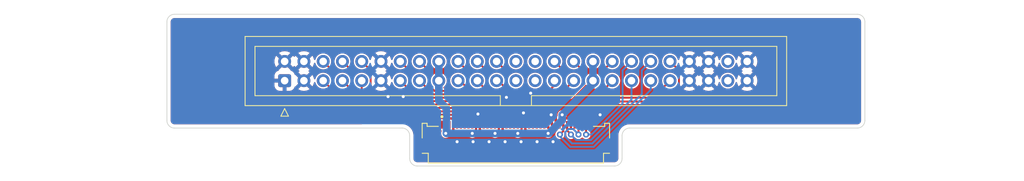
<source format=kicad_pcb>
(kicad_pcb (version 20221018) (generator pcbnew)
  (layers (0 "F.Cu" signal) (31 "B.Cu" signal) (34 "B.Paste" user) (35 "F.Paste" user) (36 "B.SilkS" user "B.Silkscreen") (37 "F.SilkS" user "F.Silkscreen") (38 "B.Mask" user) (39 "F.Mask" user) (44 "Edge.Cuts" user))
  (net 0 "")
  (net 1 "GND")
  (net 2 "RCP-58")
  (net 3 "RCP-57")
  (net 4 "RCP-54")
  (net 5 "RCP-53")
  (net 6 "RCP-52")
  (net 7 "RCP-51")
  (net 8 "RCP-50")
  (net 9 "RCP-47")
  (net 10 "RCP-46")
  (net 11 "RCP-45")
  (net 12 "3v3")
  (net 13 "RCP-44")
  (net 14 "RCP-41")
  (net 15 "RCP-40")
  (net 16 "RCP-39")
  (net 17 "RCP-38")
  (net 18 "RCP-35")
  (net 23 "RCP-34")
  (net 24 "RCP-33")
  (net 25 "RCP-32")
  (net 26 "RCP-31")
  (net 27 "PIF-5")
  (net 28 "PIF-3")
  (net 29 "PIF-1")
  (net 30 "CPU-57")
  (net 31 "RCP-26")
  (net 32 "PIF-7")
  (net 33 "PIF-23")
  (net 34 "SYNC")
  (footprint "505110-4091:MOLEX_505110-4091" (layer "F.Cu") (at 160 101)
    (fp_text reference "J2" hide)
    (fp_text value "Conn_01x40")
    (fp_line (start -12.35 -2.625) (end -12.35 -0.695) (stroke (width 0.127)) (layer "F.SilkS"))
    (fp_line (start -12.35 1.325) (end -11.55 1.325) (stroke (width 0.127)) (layer "F.SilkS"))
    (fp_line (start -11.7 -2.625) (end -12.35 -2.625) (stroke (width 0.127)) (layer "F.SilkS"))
    (fp_line (start -11.7 -2.225) (end -11.7 -2.625) (stroke (width 0.127)) (layer "F.SilkS"))
    (fp_line (start -11.7 -2.225) (end -10.22 -2.225) (stroke (width 0.127)) (layer "F.SilkS"))
    (fp_line (start -11.55 1.325) (end -11.55 2.625) (stroke (width 0.127)) (layer "F.SilkS"))
    (fp_line (start -11.55 2.625) (end 11.55 2.625) (stroke (width 0.127)) (layer "F.SilkS"))
    (fp_line (start 10.22 -2.225) (end 11.7 -2.225) (stroke (width 0.127)) (layer "F.SilkS"))
    (fp_line (start 11.55 1.325) (end 12.35 1.325) (stroke (width 0.127)) (layer "F.SilkS"))
    (fp_line (start 11.55 2.625) (end 11.55 1.325) (stroke (width 0.127)) (layer "F.SilkS"))
    (fp_line (start 11.7 -2.625) (end 11.7 -2.225) (stroke (width 0.127)) (layer "F.SilkS"))
    (fp_line (start 12.35 -2.625) (end 11.7 -2.625) (stroke (width 0.127)) (layer "F.SilkS"))
    (fp_line (start 12.35 -0.695) (end 12.35 -2.625) (stroke (width 0.127)) (layer "F.SilkS"))
    (fp_circle (center -9.75 -3.5) (end -9.65 -3.5) (stroke (width 0.2)) (fill none) (layer "F.SilkS"))
    (pad "1" smd rect (at -9.75 -2.425) (size 0.3 1) (layers "F.Cu" "F.Paste" "F.Mask") (net 2 "RCP-58"))
    (pad "2" smd rect (at -9.25 -2.425) (size 0.3 1) (layers "F.Cu" "F.Paste" "F.Mask") (net 3 "RCP-57"))
    (pad "3" smd rect (at -8.75 -2.425) (size 0.3 1) (layers "F.Cu" "F.Paste" "F.Mask") (net 12 "3v3"))
    (pad "4" smd rect (at -8.25 -2.425) (size 0.3 1) (layers "F.Cu" "F.Paste" "F.Mask") (net 1 "GND"))
    (pad "5" smd rect (at -7.75 -2.425) (size 0.3 1) (layers "F.Cu" "F.Paste" "F.Mask") (net 4 "RCP-54"))
    (pad "6" smd rect (at -7.25 -2.425) (size 0.3 1) (layers "F.Cu" "F.Paste" "F.Mask") (net 5 "RCP-53"))
    (pad "7" smd rect (at -6.75 -2.425) (size 0.3 1) (layers "F.Cu" "F.Paste" "F.Mask") (net 6 "RCP-52"))
    (pad "8" smd rect (at -6.25 -2.425) (size 0.3 1) (layers "F.Cu" "F.Paste" "F.Mask") (net 7 "RCP-51"))
    (pad "9" smd rect (at -5.75 -2.425) (size 0.3 1) (layers "F.Cu" "F.Paste" "F.Mask") (net 8 "RCP-50"))
    (pad "10" smd rect (at -5.25 -2.425) (size 0.3 1) (layers "F.Cu" "F.Paste" "F.Mask") (net 12 "3v3"))
    (pad "11" smd rect (at -4.75 -2.425) (size 0.3 1) (layers "F.Cu" "F.Paste" "F.Mask") (net 1 "GND"))
    (pad "12" smd rect (at -4.25 -2.425) (size 0.3 1) (layers "F.Cu" "F.Paste" "F.Mask") (net 9 "RCP-47"))
    (pad "13" smd rect (at -3.75 -2.425) (size 0.3 1) (layers "F.Cu" "F.Paste" "F.Mask") (net 10 "RCP-46"))
    (pad "14" smd rect (at -3.25 -2.425) (size 0.3 1) (layers "F.Cu" "F.Paste" "F.Mask") (net 11 "RCP-45"))
    (pad "15" smd rect (at -2.75 -2.425) (size 0.3 1) (layers "F.Cu" "F.Paste" "F.Mask") (net 13 "RCP-44"))
    (pad "16" smd rect (at -2.25 -2.425) (size 0.3 1) (layers "F.Cu" "F.Paste" "F.Mask") (net 12 "3v3"))
    (pad "17" smd rect (at -1.75 -2.425) (size 0.3 1) (layers "F.Cu" "F.Paste" "F.Mask") (net 1 "GND"))
    (pad "18" smd rect (at -1.25 -2.425) (size 0.3 1) (layers "F.Cu" "F.Paste" "F.Mask") (net 14 "RCP-41"))
    (pad "19" smd rect (at -0.75 -2.425) (size 0.3 1) (layers "F.Cu" "F.Paste" "F.Mask") (net 15 "RCP-40"))
    (pad "20" smd rect (at -0.25 -2.425) (size 0.3 1) (layers "F.Cu" "F.Paste" "F.Mask") (net 16 "RCP-39"))
    (pad "21" smd rect (at 0.25 -2.425) (size 0.3 1) (layers "F.Cu" "F.Paste" "F.Mask") (net 17 "RCP-38"))
    (pad "22" smd rect (at 0.75 -2.425) (size 0.3 1) (layers "F.Cu" "F.Paste" "F.Mask") (net 12 "3v3"))
    (pad "23" smd rect (at 1.25 -2.425) (size 0.3 1) (layers "F.Cu" "F.Paste" "F.Mask") (net 1 "GND"))
    (pad "24" smd rect (at 1.75 -2.425) (size 0.3 1) (layers "F.Cu" "F.Paste" "F.Mask") (net 18 "RCP-35"))
    (pad "25" smd rect (at 2.25 -2.425) (size 0.3 1) (layers "F.Cu" "F.Paste" "F.Mask") (net 23 "RCP-34"))
    (pad "26" smd rect (at 2.75 -2.425) (size 0.3 1) (layers "F.Cu" "F.Paste" "F.Mask") (net 24 "RCP-33"))
    (pad "27" smd rect (at 3.25 -2.425) (size 0.3 1) (layers "F.Cu" "F.Paste" "F.Mask") (net 25 "RCP-32"))
    (pad "28" smd rect (at 3.75 -2.425) (size 0.3 1) (layers "F.Cu" "F.Paste" "F.Mask") (net 26 "RCP-31"))
    (pad "29" smd rect (at 4.25 -2.425) (size 0.3 1) (layers "F.Cu" "F.Paste" "F.Mask") (net 1 "GND"))
    (pad "30" smd rect (at 4.75 -2.425) (size 0.3 1) (layers "F.Cu" "F.Paste" "F.Mask") (net 12 "3v3"))
    (pad "31" smd rect (at 5.25 -2.425) (size 0.3 1) (layers "F.Cu" "F.Paste" "F.Mask") (net 1 "GND"))
    (pad "32" smd rect (at 5.75 -2.425) (size 0.3 1) (layers "F.Cu" "F.Paste" "F.Mask") (net 12 "3v3"))
    (pad "33" smd rect (at 6.25 -2.425) (size 0.3 1) (layers "F.Cu" "F.Paste" "F.Mask") (net 31 "RCP-26"))
    (pad "34" smd rect (at 6.75 -2.425) (size 0.3 1) (layers "F.Cu" "F.Paste" "F.Mask") (net 29 "PIF-1"))
    (pad "35" smd rect (at 7.25 -2.425) (size 0.3 1) (layers "F.Cu" "F.Paste" "F.Mask") (net 28 "PIF-3"))
    (pad "36" smd rect (at 7.75 -2.425) (size 0.3 1) (layers "F.Cu" "F.Paste" "F.Mask") (net 27 "PIF-5"))
    (pad "37" smd rect (at 8.25 -2.425) (size 0.3 1) (layers "F.Cu" "F.Paste" "F.Mask") (net 32 "PIF-7"))
    (pad "38" smd rect (at 8.75 -2.425) (size 0.3 1) (layers "F.Cu" "F.Paste" "F.Mask") (net 33 "PIF-23"))
    (pad "39" smd rect (at 9.25 -2.425) (size 0.3 1) (layers "F.Cu" "F.Paste" "F.Mask") (net 30 "CPU-57"))
    (pad "40" smd rect (at 9.75 -2.425) (size 0.3 1) (layers "F.Cu" "F.Paste" "F.Mask") (net 34 "SYNC"))
    (pad "MP" smd rect (at -12.05 0.275) (size 2 1.3) (layers "F.Cu" "F.Paste" "F.Mask") (net 1 "GND"))
    (pad "MP" smd rect (at 12.05 0.275) (size 2 1.3) (layers "F.Cu" "F.Paste" "F.Mask") (net 1 "GND"))
  )
  (footprint "Connector_IDC:IDC-Header_2x25_P2.54mm_Vertical" (layer "F.Cu") (at 129.52 92.7525 90)
    (fp_text reference "J1" hide)
    (fp_text value "Conn_02x25_Top_Bottom")
    (fp_line (start -4.68 -0.5) (end -4.68 0.5) (stroke (width 0.12)) (layer "F.SilkS"))
    (fp_line (start -4.68 0.5) (end -3.68 0) (stroke (width 0.12)) (layer "F.SilkS"))
    (fp_line (start -3.68 0) (end -4.68 -0.5) (stroke (width 0.12)) (layer "F.SilkS"))
    (fp_line (start -3.29 -5.21) (end 5.83 -5.21) (stroke (width 0.12)) (layer "F.SilkS"))
    (fp_line (start -3.29 28.43) (end -1.98 28.43) (stroke (width 0.12)) (layer "F.SilkS"))
    (fp_line (start -3.29 66.17) (end -3.29 -5.21) (stroke (width 0.12)) (layer "F.SilkS"))
    (fp_line (start -1.98 -3.91) (end 4.52 -3.91) (stroke (width 0.12)) (layer "F.SilkS"))
    (fp_line (start -1.98 28.43) (end -1.98 -3.91) (stroke (width 0.12)) (layer "F.SilkS"))
    (fp_line (start -1.98 32.53) (end -3.29 32.53) (stroke (width 0.12)) (layer "F.SilkS"))
    (fp_line (start -1.98 32.53) (end -1.98 32.53) (stroke (width 0.12)) (layer "F.SilkS"))
    (fp_line (start -1.98 64.87) (end -1.98 32.53) (stroke (width 0.12)) (layer "F.SilkS"))
    (fp_line (start 4.52 -3.91) (end 4.52 64.87) (stroke (width 0.12)) (layer "F.SilkS"))
    (fp_line (start 4.52 64.87) (end -1.98 64.87) (stroke (width 0.12)) (layer "F.SilkS"))
    (fp_line (start 5.83 -5.21) (end 5.83 66.17) (stroke (width 0.12)) (layer "F.SilkS"))
    (fp_line (start 5.83 66.17) (end -3.29 66.17) (stroke (width 0.12)) (layer "F.SilkS"))
    (pad "1" thru_hole roundrect (at 0 0 90) (size 1.7 1.7) (drill 1) (layers "*.Cu" "*.Mask") (roundrect_rratio 0.1470588235) (net 1 "GND"))
    (pad "2" thru_hole circle (at 2.54 0 90) (size 1.7 1.7) (drill 1) (layers "*.Cu" "*.Mask") (net 1 "GND"))
    (pad "3" thru_hole circle (at 0 2.54 90) (size 1.7 1.7) (drill 1) (layers "*.Cu" "*.Mask") (net 1 "GND"))
    (pad "4" thru_hole circle (at 2.54 2.54 90) (size 1.7 1.7) (drill 1) (layers "*.Cu" "*.Mask") (net 1 "GND"))
    (pad "5" thru_hole circle (at 0 5.08 90) (size 1.7 1.7) (drill 1) (layers "*.Cu" "*.Mask") (net 2 "RCP-58"))
    (pad "6" thru_hole circle (at 2.54 5.08 90) (size 1.7 1.7) (drill 1) (layers "*.Cu" "*.Mask") (net 3 "RCP-57"))
    (pad "7" thru_hole circle (at 0 7.62 90) (size 1.7 1.7) (drill 1) (layers "*.Cu" "*.Mask") (net 4 "RCP-54"))
    (pad "8" thru_hole circle (at 2.54 7.62 90) (size 1.7 1.7) (drill 1) (layers "*.Cu" "*.Mask") (net 5 "RCP-53"))
    (pad "9" thru_hole circle (at 0 10.16 90) (size 1.7 1.7) (drill 1) (layers "*.Cu" "*.Mask") (net 6 "RCP-52"))
    (pad "10" thru_hole circle (at 2.54 10.16 90) (size 1.7 1.7) (drill 1) (layers "*.Cu" "*.Mask") (net 7 "RCP-51"))
    (pad "11" thru_hole circle (at 0 12.7 90) (size 1.7 1.7) (drill 1) (layers "*.Cu" "*.Mask") (net 1 "GND"))
    (pad "12" thru_hole circle (at 2.54 12.7 90) (size 1.7 1.7) (drill 1) (layers "*.Cu" "*.Mask") (net 1 "GND"))
    (pad "13" thru_hole circle (at 0 15.24 90) (size 1.7 1.7) (drill 1) (layers "*.Cu" "*.Mask") (net 8 "RCP-50"))
    (pad "14" thru_hole circle (at 2.54 15.24 90) (size 1.7 1.7) (drill 1) (layers "*.Cu" "*.Mask") (net 9 "RCP-47"))
    (pad "15" thru_hole circle (at 0 17.78 90) (size 1.7 1.7) (drill 1) (layers "*.Cu" "*.Mask") (net 10 "RCP-46"))
    (pad "16" thru_hole circle (at 2.54 17.78 90) (size 1.7 1.7) (drill 1) (layers "*.Cu" "*.Mask") (net 11 "RCP-45"))
    (pad "17" thru_hole circle (at 0 20.32 90) (size 1.7 1.7) (drill 1) (layers "*.Cu" "*.Mask") (net 12 "3v3"))
    (pad "18" thru_hole circle (at 2.54 20.32 90) (size 1.7 1.7) (drill 1) (layers "*.Cu" "*.Mask") (net 12 "3v3"))
    (pad "19" thru_hole circle (at 0 22.86 90) (size 1.7 1.7) (drill 1) (layers "*.Cu" "*.Mask") (net 13 "RCP-44"))
    (pad "20" thru_hole circle (at 2.54 22.86 90) (size 1.7 1.7) (drill 1) (layers "*.Cu" "*.Mask") (net 14 "RCP-41"))
    (pad "21" thru_hole circle (at 0 25.4 90) (size 1.7 1.7) (drill 1) (layers "*.Cu" "*.Mask") (net 15 "RCP-40"))
    (pad "22" thru_hole circle (at 2.54 25.4 90) (size 1.7 1.7) (drill 1) (layers "*.Cu" "*.Mask") (net 16 "RCP-39"))
    (pad "23" thru_hole circle (at 0 27.94 90) (size 1.7 1.7) (drill 1) (layers "*.Cu" "*.Mask") (net 17 "RCP-38"))
    (pad "24" thru_hole circle (at 2.54 27.94 90) (size 1.7 1.7) (drill 1) (layers "*.Cu" "*.Mask") (net 18 "RCP-35"))
    (pad "25" thru_hole circle (at 0 30.48 90) (size 1.7 1.7) (drill 1) (layers "*.Cu" "*.Mask"))
    (pad "26" thru_hole circle (at 2.54 30.48 90) (size 1.7 1.7) (drill 1) (layers "*.Cu" "*.Mask"))
    (pad "27" thru_hole circle (at 0 33.02 90) (size 1.7 1.7) (drill 1) (layers "*.Cu" "*.Mask"))
    (pad "28" thru_hole circle (at 2.54 33.02 90) (size 1.7 1.7) (drill 1) (layers "*.Cu" "*.Mask"))
    (pad "29" thru_hole circle (at 0 35.56 90) (size 1.7 1.7) (drill 1) (layers "*.Cu" "*.Mask") (net 23 "RCP-34"))
    (pad "30" thru_hole circle (at 2.54 35.56 90) (size 1.7 1.7) (drill 1) (layers "*.Cu" "*.Mask") (net 24 "RCP-33"))
    (pad "31" thru_hole circle (at 0 38.1 90) (size 1.7 1.7) (drill 1) (layers "*.Cu" "*.Mask") (net 25 "RCP-32"))
    (pad "32" thru_hole circle (at 2.54 38.1 90) (size 1.7 1.7) (drill 1) (layers "*.Cu" "*.Mask") (net 26 "RCP-31"))
    (pad "33" thru_hole circle (at 0 40.64 90) (size 1.7 1.7) (drill 1) (layers "*.Cu" "*.Mask") (net 12 "3v3"))
    (pad "34" thru_hole circle (at 2.54 40.64 90) (size 1.7 1.7) (drill 1) (layers "*.Cu" "*.Mask") (net 12 "3v3"))
    (pad "35" thru_hole circle (at 0 43.18 90) (size 1.7 1.7) (drill 1) (layers "*.Cu" "*.Mask") (net 27 "PIF-5"))
    (pad "36" thru_hole circle (at 2.54 43.18 90) (size 1.7 1.7) (drill 1) (layers "*.Cu" "*.Mask") (net 28 "PIF-3"))
    (pad "37" thru_hole circle (at 0 45.72 90) (size 1.7 1.7) (drill 1) (layers "*.Cu" "*.Mask") (net 29 "PIF-1"))
    (pad "38" thru_hole circle (at 2.54 45.72 90) (size 1.7 1.7) (drill 1) (layers "*.Cu" "*.Mask") (net 30 "CPU-57"))
    (pad "39" thru_hole circle (at 0 48.26 90) (size 1.7 1.7) (drill 1) (layers "*.Cu" "*.Mask") (net 31 "RCP-26"))
    (pad "40" thru_hole circle (at 2.54 48.26 90) (size 1.7 1.7) (drill 1) (layers "*.Cu" "*.Mask") (net 32 "PIF-7"))
    (pad "41" thru_hole circle (at 0 50.8 90) (size 1.7 1.7) (drill 1) (layers "*.Cu" "*.Mask") (net 33 "PIF-23"))
    (pad "42" thru_hole circle (at 2.54 50.8 90) (size 1.7 1.7) (drill 1) (layers "*.Cu" "*.Mask") (net 34 "SYNC"))
    (pad "43" thru_hole circle (at 0 53.34 90) (size 1.7 1.7) (drill 1) (layers "*.Cu" "*.Mask") (net 1 "GND"))
    (pad "44" thru_hole circle (at 2.54 53.34 90) (size 1.7 1.7) (drill 1) (layers "*.Cu" "*.Mask") (net 1 "GND"))
    (pad "45" thru_hole circle (at 0 55.88 90) (size 1.7 1.7) (drill 1) (layers "*.Cu" "*.Mask") (net 1 "GND"))
    (pad "46" thru_hole circle (at 2.54 55.88 90) (size 1.7 1.7) (drill 1) (layers "*.Cu" "*.Mask") (net 1 "GND"))
    (pad "47" thru_hole circle (at 0 58.42 90) (size 1.7 1.7) (drill 1) (layers "*.Cu" "*.Mask"))
    (pad "48" thru_hole circle (at 2.54 58.42 90) (size 1.7 1.7) (drill 1) (layers "*.Cu" "*.Mask"))
    (pad "49" thru_hole circle (at 0 60.96 90) (size 1.7 1.7) (drill 1) (layers "*.Cu" "*.Mask") (net 1 "GND"))
    (pad "50" thru_hole circle (at 2.54 60.96 90) (size 1.7 1.7) (drill 1) (layers "*.Cu" "*.Mask") (net 1 "GND"))
  )
  (gr_arc (start 205 84) (mid 205.707107 84.292893) (end 206 85) (stroke (width 0.1)) (layer "Edge.Cuts"))
  (gr_line (start 145 99) (end 115 99) (stroke (width 0.1)) (layer "Edge.Cuts"))
  (gr_line (start 115 84) (end 205 84) (stroke (width 0.1)) (layer "Edge.Cuts"))
  (gr_arc (start 147 104) (mid 146.292893 103.707107) (end 146 103) (stroke (width 0.1)) (layer "Edge.Cuts"))
  (gr_arc (start 114 85) (mid 114.292893 84.292893) (end 115 84) (stroke (width 0.1)) (layer "Edge.Cuts"))
  (gr_arc (start 174 103) (mid 173.707107 103.707107) (end 173 104) (stroke (width 0.1)) (layer "Edge.Cuts"))
  (gr_line (start 175 99) (end 205 99) (stroke (width 0.1)) (layer "Edge.Cuts"))
  (gr_arc (start 206 98) (mid 205.707107 98.707107) (end 205 99) (stroke (width 0.1)) (layer "Edge.Cuts"))
  (gr_line (start 173 104) (end 147 104) (stroke (width 0.1)) (layer "Edge.Cuts"))
  (gr_line (start 174 103) (end 174 100) (stroke (width 0.1)) (layer "Edge.Cuts"))
  (gr_arc (start 115 99) (mid 114.292893 98.707107) (end 114 98) (stroke (width 0.1)) (layer "Edge.Cuts"))
  (gr_line (start 114 98) (end 114 85) (stroke (width 0.1)) (layer "Edge.Cuts"))
  (gr_line (start 146 103) (end 146 100) (stroke (width 0.1)) (layer "Edge.Cuts"))
  (gr_arc (start 145 99) (mid 145.707107 99.292893) (end 146 100) (stroke (width 0.1)) (layer "Edge.Cuts"))
  (gr_arc (start 174 100) (mid 174.292893 99.292893) (end 175 99) (stroke (width 0.1)) (layer "Edge.Cuts"))
  (gr_line (start 206 85) (end 206 98) (stroke (width 0.1)) (layer "Edge.Cuts"))
  (via (at 164.65 97.25) (size 0.8) (drill 0.4) (layers "F.Cu" "B.Cu") (net 1))
  (via (at 171.1 97.25) (size 0.8) (drill 0.4) (layers "F.Cu" "B.Cu") (net 1))
  (via (at 156.466666 100.8) (size 0.8) (drill 0.4) (layers "F.Cu" "B.Cu") (net 1))
  (via (at 154.358333 100.8) (size 0.8) (drill 0.4) (layers "F.Cu" "B.Cu") (net 1))
  (via (at 158.75 94.95) (size 0.8) (drill 0.4) (layers "F.Cu" "B.Cu") (net 1))
  (via (at 161 97) (size 0.8) (drill 0.4) (layers "F.Cu" "B.Cu") (net 1))
  (via (at 160.683332 100.8) (size 0.8) (drill 0.4) (layers "F.Cu" "B.Cu") (net 1))
  (via (at 158.574999 100.8) (size 0.8) (drill 0.4) (layers "F.Cu" "B.Cu") (net 1))
  (via (at 164.9 100.8) (size 0.8) (drill 0.4) (layers "F.Cu" "B.Cu") (net 1))
  (via (at 155 97.15) (size 0.8) (drill 0.4) (layers "F.Cu" "B.Cu") (net 1))
  (via (at 145.15 94.85) (size 0.8) (drill 0.4) (layers "F.Cu" "B.Cu") (net 1))
  (via (at 161.95 94.4) (size 0.8) (drill 0.4) (layers "F.Cu" "B.Cu") (net 1))
  (via (at 162.791665 100.8) (size 0.8) (drill 0.4) (layers "F.Cu" "B.Cu") (net 1))
  (via (at 143.15 94.85) (size 0.8) (drill 0.4) (layers "F.Cu" "B.Cu") (net 1))
  (via (at 152.25 100.8) (size 0.8) (drill 0.4) (layers "F.Cu" "B.Cu") (net 1))
  (segment (start 139.9975 98.15) (end 150.25 98.15) (width 0.25) (layer "F.Cu") (net 2))
  (segment (start 150.25 98.15) (end 150.25 98.575) (width 0.25) (layer "F.Cu") (net 2))
  (segment (start 134.6 92.7525) (end 139.9975 98.15) (width 0.25) (layer "F.Cu") (net 2))
  (segment (start 134.6 90.2125) (end 135.965 91.5775) (width 0.25) (layer "F.Cu") (net 3))
  (segment (start 140.4 97.7) (end 150.5 97.7) (width 0.25) (layer "F.Cu") (net 3))
  (segment (start 135.965 93.265) (end 140.4 97.7) (width 0.25) (layer "F.Cu") (net 3))
  (segment (start 150.75 97.95) (end 150.75 98.575) (width 0.25) (layer "F.Cu") (net 3))
  (segment (start 150.5 97.7) (end 150.75 97.95) (width 0.25) (layer "F.Cu") (net 3))
  (segment (start 135.965 91.5775) (end 135.965 93.265) (width 0.25) (layer "F.Cu") (net 3))
  (segment (start 137.14 92.7525) (end 141.6375 97.25) (width 0.25) (layer "F.Cu") (net 4))
  (segment (start 152.028235 97.25) (end 152.25 97.471765) (width 0.25) (layer "F.Cu") (net 4))
  (segment (start 141.6375 97.25) (end 152.028235 97.25) (width 0.25) (layer "F.Cu") (net 4))
  (segment (start 152.25 97.471765) (end 152.25 98.575) (width 0.25) (layer "F.Cu") (net 4))
  (segment (start 152.75 97.335369) (end 152.75 98.575) (width 0.25) (layer "F.Cu") (net 5))
  (segment (start 138.315 91.3875) (end 138.315 93.291104) (width 0.25) (layer "F.Cu") (net 5))
  (segment (start 137.14 90.2125) (end 138.315 91.3875) (width 0.25) (layer "F.Cu") (net 5))
  (segment (start 141.823896 96.8) (end 152.214631 96.8) (width 0.25) (layer "F.Cu") (net 5))
  (segment (start 138.315 93.291104) (end 141.823896 96.8) (width 0.25) (layer "F.Cu") (net 5))
  (segment (start 152.214631 96.8) (end 152.75 97.335369) (width 0.25) (layer "F.Cu") (net 5))
  (segment (start 152.401027 96.35) (end 153.25 97.198973) (width 0.25) (layer "F.Cu") (net 6))
  (segment (start 139.68 92.7525) (end 139.68 94.019708) (width 0.25) (layer "F.Cu") (net 6))
  (segment (start 153.25 97.198973) (end 153.25 98.575) (width 0.25) (layer "F.Cu") (net 6))
  (segment (start 139.68 94.019708) (end 142.010292 96.35) (width 0.25) (layer "F.Cu") (net 6))
  (segment (start 142.010292 96.35) (end 152.401027 96.35) (width 0.25) (layer "F.Cu") (net 6))
  (segment (start 139.68 90.2125) (end 140.855 91.3875) (width 0.25) (layer "F.Cu") (net 7))
  (segment (start 140.855 94.558312) (end 142.196688 95.9) (width 0.25) (layer "F.Cu") (net 7))
  (segment (start 153.75 97.062577) (end 153.75 98.575) (width 0.25) (layer "F.Cu") (net 7))
  (segment (start 142.196688 95.9) (end 152.587423 95.9) (width 0.25) (layer "F.Cu") (net 7))
  (segment (start 140.855 91.3875) (end 140.855 94.558312) (width 0.25) (layer "F.Cu") (net 7))
  (segment (start 152.587423 95.9) (end 153.75 97.062577) (width 0.25) (layer "F.Cu") (net 7))
  (segment (start 152.773819 95.45) (end 154.25 96.926181) (width 0.25) (layer "F.Cu") (net 8))
  (segment (start 147.4575 95.45) (end 152.773819 95.45) (width 0.25) (layer "F.Cu") (net 8))
  (segment (start 154.25 96.926181) (end 154.25 98.575) (width 0.25) (layer "F.Cu") (net 8))
  (segment (start 144.76 92.7525) (end 147.4575 95.45) (width 0.25) (layer "F.Cu") (net 8))
  (segment (start 152.960215 95) (end 153.687715 95.7275) (width 0.25) (layer "F.Cu") (net 9))
  (segment (start 145.935 91.3875) (end 145.935 93.291104) (width 0.25) (layer "F.Cu") (net 9))
  (segment (start 153.687715 95.7275) (end 154.659124 95.7275) (width 0.25) (layer "F.Cu") (net 9))
  (segment (start 147.643896 95) (end 152.960215 95) (width 0.25) (layer "F.Cu") (net 9))
  (segment (start 145.935 93.291104) (end 147.643896 95) (width 0.25) (layer "F.Cu") (net 9))
  (segment (start 144.76 90.2125) (end 145.935 91.3875) (width 0.25) (layer "F.Cu") (net 9))
  (segment (start 155.75 96.818376) (end 155.75 98.575) (width 0.25) (layer "F.Cu") (net 9))
  (segment (start 154.659124 95.7275) (end 155.75 96.818376) (width 0.25) (layer "F.Cu") (net 9))
  (segment (start 147.3 92.7525) (end 149.0975 94.55) (width 0.25) (layer "F.Cu") (net 10))
  (segment (start 153.874111 95.2775) (end 154.84552 95.2775) (width 0.25) (layer "F.Cu") (net 10))
  (segment (start 153.146611 94.55) (end 153.874111 95.2775) (width 0.25) (layer "F.Cu") (net 10))
  (segment (start 156.25 96.68198) (end 156.25 98.575) (width 0.25) (layer "F.Cu") (net 10))
  (segment (start 154.84552 95.2775) (end 156.25 96.68198) (width 0.25) (layer "F.Cu") (net 10))
  (segment (start 149.0975 94.55) (end 153.146611 94.55) (width 0.25) (layer "F.Cu") (net 10))
  (segment (start 148.475 93.291104) (end 149.283896 94.1) (width 0.25) (layer "F.Cu") (net 11))
  (segment (start 147.3 90.2125) (end 148.475 91.3875) (width 0.25) (layer "F.Cu") (net 11))
  (segment (start 153.333007 94.1) (end 154.060507 94.8275) (width 0.25) (layer "F.Cu") (net 11))
  (segment (start 155.031916 94.8275) (end 156.75 96.545584) (width 0.25) (layer "F.Cu") (net 11))
  (segment (start 148.475 91.3875) (end 148.475 93.291104) (width 0.25) (layer "F.Cu") (net 11))
  (segment (start 149.283896 94.1) (end 153.333007 94.1) (width 0.25) (layer "F.Cu") (net 11))
  (segment (start 156.75 96.545584) (end 156.75 98.575) (width 0.25) (layer "F.Cu") (net 11))
  (segment (start 154.060507 94.8275) (end 155.031916 94.8275) (width 0.25) (layer "F.Cu") (net 11))
  (segment (start 165.75 98.575) (end 165.75 97.6) (width 0.25) (layer "F.Cu") (net 12))
  (segment (start 157.75 99.2) (end 157.75 98.575) (width 0.25) (layer "F.Cu") (net 12))
  (segment (start 160.25 99.7) (end 160.75 99.2) (width 0.25) (layer "F.Cu") (net 12))
  (segment (start 151.25 99.2) (end 151.25 98.575) (width 0.25) (layer "F.Cu") (net 12))
  (segment (start 165.75 97.6) (end 166.1 97.25) (width 0.25) (layer "F.Cu") (net 12))
  (segment (start 154.75 99.2) (end 154.75 98.575) (width 0.25) (layer "F.Cu") (net 12))
  (segment (start 164.75 99.2) (end 164.75 98.575) (width 0.25) (layer "F.Cu") (net 12))
  (segment (start 157.25 99.7) (end 157.75 99.2) (width 0.25) (layer "F.Cu") (net 12))
  (segment (start 150.75 99.7) (end 151.25 99.2) (width 0.25) (layer "F.Cu") (net 12))
  (segment (start 160.75 99.2) (end 160.75 98.575) (width 0.25) (layer "F.Cu") (net 12))
  (segment (start 154.25 99.7) (end 154.75 99.2) (width 0.25) (layer "F.Cu") (net 12))
  (segment (start 164.25 99.7) (end 164.75 99.2) (width 0.25) (layer "F.Cu") (net 12))
  (via (at 166.1 97.25) (size 0.8) (drill 0.4) (layers "F.Cu" "B.Cu") (net 12))
  (via (at 160.25 99.7) (size 0.8) (drill 0.4) (layers "F.Cu" "B.Cu") (net 12))
  (via (at 157.25 99.7) (size 0.8) (drill 0.4) (layers "F.Cu" "B.Cu") (net 12))
  (via (at 150.75 99.7) (size 0.8) (drill 0.4) (layers "F.Cu" "B.Cu") (net 12))
  (via (at 164.25 99.7) (size 0.8) (drill 0.4) (layers "F.Cu" "B.Cu") (net 12))
  (via (at 154.25 99.7) (size 0.8) (drill 0.4) (layers "F.Cu" "B.Cu") (net 12))
  (segment (start 160.7 99.75) (end 160.75 99.7) (width 0.25) (layer "B.Cu") (net 12))
  (segment (start 170.16 93.19) (end 166.1 97.25) (width 1) (layer "B.Cu") (net 12))
  (segment (start 166.1 97.95) (end 166.1 97.25) (width 1) (layer "B.Cu") (net 12))
  (segment (start 154.75 99.7) (end 157.7 99.7) (width 1) (layer "B.Cu") (net 12))
  (segment (start 149.84 95.39) (end 150.85 96.4) (width 1) (layer "B.Cu") (net 12))
  (segment (start 170.16 90.2125) (end 170.16 92.7525) (width 1) (layer "B.Cu") (net 12))
  (segment (start 170.16 92.7525) (end 170.16 93.19) (width 1) (layer "B.Cu") (net 12))
  (segment (start 149.84 90.2125) (end 149.84 92.7525) (width 1) (layer "B.Cu") (net 12))
  (segment (start 149.84 92.7525) (end 149.84 95.39) (width 1) (layer "B.Cu") (net 12))
  (segment (start 160.75 99.7) (end 164.35 99.7) (width 1) (layer "B.Cu") (net 12))
  (segment (start 150.85 99.7) (end 154.75 99.7) (width 1) (layer "B.Cu") (net 12))
  (segment (start 157.7 99.7) (end 157.75 99.75) (width 0.25) (layer "B.Cu") (net 12))
  (segment (start 150.85 96.4) (end 150.85 99.7) (width 1) (layer "B.Cu") (net 12))
  (segment (start 164.35 99.7) (end 164.5 99.85) (width 0.25) (layer "B.Cu") (net 12))
  (segment (start 164.35 99.7) (end 166.1 97.95) (width 1) (layer "B.Cu") (net 12))
  (segment (start 157.75 99.7) (end 160.7 99.7) (width 1) (layer "B.Cu") (net 12))
  (segment (start 152.38 92.7525) (end 152.621903 92.7525) (width 0.25) (layer "F.Cu") (net 13))
  (segment (start 157.25 96.409188) (end 157.25 98.575) (width 0.25) (layer "F.Cu") (net 13))
  (segment (start 155.218312 94.3775) (end 157.25 96.409188) (width 0.25) (layer "F.Cu") (net 13))
  (segment (start 152.621903 92.7525) (end 154.246903 94.3775) (width 0.25) (layer "F.Cu") (net 13))
  (segment (start 154.246903 94.3775) (end 155.218312 94.3775) (width 0.25) (layer "F.Cu") (net 13))
  (segment (start 153.555 93.049201) (end 154.433299 93.9275) (width 0.25) (layer "F.Cu") (net 14))
  (segment (start 152.38 90.2125) (end 153.555 91.3875) (width 0.25) (layer "F.Cu") (net 14))
  (segment (start 153.555 91.3875) (end 153.555 93.049201) (width 0.25) (layer "F.Cu") (net 14))
  (segment (start 158.75 97.272792) (end 158.75 98.575) (width 0.25) (layer "F.Cu") (net 14))
  (segment (start 155.404708 93.9275) (end 158.75 97.272792) (width 0.25) (layer "F.Cu") (net 14))
  (segment (start 154.433299 93.9275) (end 155.404708 93.9275) (width 0.25) (layer "F.Cu") (net 14))
  (segment (start 154.92 92.7525) (end 154.92 92.806396) (width 0.25) (layer "F.Cu") (net 15))
  (segment (start 159.25 97.136396) (end 159.25 98.575) (width 0.25) (layer "F.Cu") (net 15))
  (segment (start 154.92 92.806396) (end 159.25 97.136396) (width 0.25) (layer "F.Cu") (net 15))
  (segment (start 156.095 93.345) (end 159.75 97) (width 0.25) (layer "F.Cu") (net 16))
  (segment (start 159.75 97) (end 159.75 98.575) (width 0.25) (layer "F.Cu") (net 16))
  (segment (start 154.92 90.2125) (end 156.095 91.3875) (width 0.25) (layer "F.Cu") (net 16))
  (segment (start 156.095 91.3875) (end 156.095 93.345) (width 0.25) (layer "F.Cu") (net 16))
  (segment (start 157.46 92.7525) (end 157.666104 92.7525) (width 0.25) (layer "F.Cu") (net 17))
  (segment (start 157.666104 92.7525) (end 160.25 95.336396) (width 0.25) (layer "F.Cu") (net 17))
  (segment (start 160.25 95.336396) (end 160.25 98.575) (width 0.25) (layer "F.Cu") (net 17))
  (segment (start 161.75 96.2) (end 161.75 98.575) (width 0.25) (layer "F.Cu") (net 18))
  (segment (start 157.46 90.2125) (end 158.75 91.5025) (width 0.25) (layer "F.Cu") (net 18))
  (segment (start 158.75 93.2) (end 161.75 96.2) (width 0.25) (layer "F.Cu") (net 18))
  (segment (start 158.75 91.5025) (end 158.75 93.2) (width 0.25) (layer "F.Cu") (net 18))
  (segment (start 165.08 93.37) (end 162.25 96.2) (width 0.25) (layer "F.Cu") (net 23))
  (segment (start 165.08 92.7525) (end 165.08 93.37) (width 0.25) (layer "F.Cu") (net 23))
  (segment (start 162.25 96.2) (end 162.25 98.575) (width 0.25) (layer "F.Cu") (net 23))
  (segment (start 162.75 96.336396) (end 162.75 98.575) (width 0.25) (layer "F.Cu") (net 24))
  (segment (start 166.255 93.239201) (end 165.566701 93.9275) (width 0.25) (layer "F.Cu") (net 24))
  (segment (start 165.158896 93.9275) (end 162.75 96.336396) (width 0.25) (layer "F.Cu") (net 24))
  (segment (start 165.08 90.2125) (end 166.255 91.3875) (width 0.25) (layer "F.Cu") (net 24))
  (segment (start 166.255 91.3875) (end 166.255 93.239201) (width 0.25) (layer "F.Cu") (net 24))
  (segment (start 165.566701 93.9275) (end 165.158896 93.9275) (width 0.25) (layer "F.Cu") (net 24))
  (segment (start 165.995 94.3775) (end 165.345292 94.3775) (width 0.25) (layer "F.Cu") (net 25))
  (segment (start 167.62 92.7525) (end 165.995 94.3775) (width 0.25) (layer "F.Cu") (net 25))
  (segment (start 165.345292 94.3775) (end 163.25 96.472792) (width 0.25) (layer "F.Cu") (net 25))
  (segment (start 163.25 96.472792) (end 163.25 98.575) (width 0.25) (layer "F.Cu") (net 25))
  (segment (start 163.75 96.609188) (end 163.75 98.575) (width 0.25) (layer "F.Cu") (net 26))
  (segment (start 168.795 93.239201) (end 167.206701 94.8275) (width 0.25) (layer "F.Cu") (net 26))
  (segment (start 167.206701 94.8275) (end 165.531688 94.8275) (width 0.25) (layer "F.Cu") (net 26))
  (segment (start 167.62 90.2125) (end 168.795 91.3875) (width 0.25) (layer "F.Cu") (net 26))
  (segment (start 165.531688 94.8275) (end 163.75 96.609188) (width 0.25) (layer "F.Cu") (net 26))
  (segment (start 168.795 91.3875) (end 168.795 93.239201) (width 0.25) (layer "F.Cu") (net 26))
  (segment (start 172.7 92.7525) (end 172.7 92.825) (width 0.25) (layer "F.Cu") (net 27))
  (segment (start 167.75 97.775) (end 167.75 98.575) (width 0.25) (layer "F.Cu") (net 27))
  (segment (start 172.7 92.825) (end 167.75 97.775) (width 0.25) (layer "F.Cu") (net 27))
  (segment (start 167.25 97.638604) (end 167.25 98.575) (width 0.25) (layer "F.Cu") (net 28))
  (segment (start 171.525 93.363604) (end 167.25 97.638604) (width 0.25) (layer "F.Cu") (net 28))
  (segment (start 171.525 91.3875) (end 171.525 93.363604) (width 0.25) (layer "F.Cu") (net 28))
  (segment (start 172.7 90.2125) (end 171.525 91.3875) (width 0.25) (layer "F.Cu") (net 28))
  (segment (start 167.25 99.825) (end 167.25 99.85) (width 0.25) (layer "F.Cu") (net 29))
  (segment (start 166.75 98.575) (end 166.75 99.325) (width 0.25) (layer "F.Cu") (net 29))
  (segment (start 166.75 99.325) (end 167.25 99.825) (width 0.25) (layer "F.Cu") (net 29))
  (via (at 167.25 99.85) (size 0.8) (drill 0.4) (layers "F.Cu" "B.Cu") (net 29))
  (segment (start 169.886789 100.575) (end 175.24 95.221789) (width 0.25) (layer "B.Cu") (net 29))
  (segment (start 167.25 99.85) (end 167.25 99.875305) (width 0.25) (layer "B.Cu") (net 29))
  (segment (start 167.949695 100.575) (end 169.886789 100.575) (width 0.25) (layer "B.Cu") (net 29))
  (segment (start 167.25 99.875305) (end 167.949695 100.575) (width 0.25) (layer "B.Cu") (net 29))
  (segment (start 175.24 95.221789) (end 175.24 92.7525) (width 0.25) (layer "B.Cu") (net 29))
  (segment (start 169.25 98.575) (end 169.25 99.85) (width 0.25) (layer "F.Cu") (net 30))
  (via (at 169.25 99.85) (size 0.8) (drill 0.4) (layers "F.Cu" "B.Cu") (net 30))
  (segment (start 169.25 99.85) (end 169.975393 99.85) (width 0.25) (layer "B.Cu") (net 30))
  (segment (start 169.975393 99.85) (end 174.065 95.760393) (width 0.25) (layer "B.Cu") (net 30))
  (segment (start 174.065 91.3875) (end 175.24 90.2125) (width 0.25) (layer "B.Cu") (net 30))
  (segment (start 174.065 95.760393) (end 174.065 91.3875) (width 0.25) (layer "B.Cu") (net 30))
  (segment (start 166.25 98.575) (end 166.25 99.4) (width 0.25) (layer "F.Cu") (net 31))
  (segment (start 165.775 99.85) (end 165.55 99.85) (width 0.25) (layer "F.Cu") (net 31))
  (segment (start 166.25 99.4) (end 165.8 99.85) (width 0.25) (layer "F.Cu") (net 31))
  (via (at 165.8 99.85) (size 0.8) (drill 0.4) (layers "F.Cu" "B.Cu") (net 31))
  (segment (start 167.175 101.475) (end 170.259581 101.475) (width 0.25) (layer "B.Cu") (net 31))
  (segment (start 177.78 93.954581) (end 177.78 92.7525) (width 0.25) (layer "B.Cu") (net 31))
  (segment (start 165.8 100.1) (end 165.8 99.85) (width 0.25) (layer "B.Cu") (net 31))
  (segment (start 167.175 101.475) (end 165.8 100.1) (width 0.25) (layer "B.Cu") (net 31))
  (segment (start 170.259581 101.475) (end 177.78 93.954581) (width 0.25) (layer "B.Cu") (net 31))
  (segment (start 168.25 98.575) (end 168.25 99.85) (width 0.25) (layer "F.Cu") (net 32))
  (via (at 168.25 99.85) (size 0.8) (drill 0.4) (layers "F.Cu" "B.Cu") (net 32))
  (segment (start 168.25 99.824695) (end 167.550305 99.125) (width 0.25) (layer "B.Cu") (net 32))
  (segment (start 166.925 99.125) (end 166.5 99.55) (width 0.25) (layer "B.Cu") (net 32))
  (segment (start 176.6 91.3925) (end 177.78 90.2125) (width 0.25) (layer "B.Cu") (net 32))
  (segment (start 167.399695 101.025) (end 170.073185 101.025) (width 0.25) (layer "B.Cu") (net 32))
  (segment (start 167.550305 99.125) (end 166.925 99.125) (width 0.25) (layer "B.Cu") (net 32))
  (segment (start 170.073185 101.025) (end 176.6 94.498185) (width 0.25) (layer "B.Cu") (net 32))
  (segment (start 166.5 100.125305) (end 167.399695 101.025) (width 0.25) (layer "B.Cu") (net 32))
  (segment (start 168.25 99.85) (end 168.25 99.824695) (width 0.25) (layer "B.Cu") (net 32))
  (segment (start 166.5 99.55) (end 166.5 100.125305) (width 0.25) (layer "B.Cu") (net 32))
  (segment (start 176.6 94.498185) (end 176.6 91.3925) (width 0.25) (layer "B.Cu") (net 32))
  (segment (start 168.75 97.411396) (end 168.75 98.575) (width 0.25) (layer "F.Cu") (net 33))
  (segment (start 178.0725 95) (end 171.161396 95) (width 0.25) (layer "F.Cu") (net 33))
  (segment (start 180.32 92.7525) (end 178.0725 95) (width 0.25) (layer "F.Cu") (net 33))
  (segment (start 171.161396 95) (end 168.75 97.411396) (width 0.25) (layer "F.Cu") (net 33))
  (segment (start 169.75 97.047792) (end 169.75 98.575) (width 0.25) (layer "F.Cu") (net 34))
  (segment (start 179.3 95.5) (end 171.297792 95.5) (width 0.25) (layer "F.Cu") (net 34))
  (segment (start 171.297792 95.5) (end 169.75 97.047792) (width 0.25) (layer "F.Cu") (net 34))
  (segment (start 181.495 93.305) (end 179.3 95.5) (width 0.25) (layer "F.Cu") (net 34))
  (segment (start 180.32 90.2125) (end 181.495 91.3875) (width 0.25) (layer "F.Cu") (net 34))
  (segment (start 181.495 91.3875) (end 181.495 93.305) (width 0.25) (layer "F.Cu") (net 34))
  (zone (net 1) (net_name "GND") (layers "F&B.Cu") (connect_pads thru_hole_only (clearance 0.2)) (min_thickness 0.2) (fill yes (thermal_gap 0.5) (thermal_bridge_width 0.5))
    (polygon (pts (xy 92 83) (xy 227 83) (xy 227 105) (xy 92 105)))
  )
)
</source>
